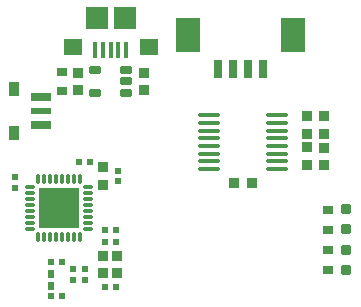
<source format=gtp>
G04*
G04 #@! TF.GenerationSoftware,Altium Limited,Altium Designer,18.1.6 (161)*
G04*
G04 Layer_Color=8421504*
%FSLAX44Y44*%
%MOMM*%
G71*
G01*
G75*
%ADD19R,0.9300X0.7900*%
%ADD20R,0.9200X0.9300*%
%ADD21R,0.9300X0.9200*%
%ADD22O,2.0000X0.3500*%
%ADD23R,0.6100X0.6300*%
%ADD24O,0.8500X0.3000*%
%ADD25O,0.3000X0.8500*%
%ADD26R,3.5000X3.5000*%
%ADD27R,0.8500X0.9500*%
%ADD28R,0.6300X0.6100*%
%ADD29R,0.5000X0.6500*%
G04:AMPARAMS|DCode=30|XSize=0.8mm|YSize=0.8mm|CornerRadius=0.1mm|HoleSize=0mm|Usage=FLASHONLY|Rotation=90.000|XOffset=0mm|YOffset=0mm|HoleType=Round|Shape=RoundedRectangle|*
%AMROUNDEDRECTD30*
21,1,0.8000,0.6000,0,0,90.0*
21,1,0.6000,0.8000,0,0,90.0*
1,1,0.2000,0.3000,0.3000*
1,1,0.2000,0.3000,-0.3000*
1,1,0.2000,-0.3000,-0.3000*
1,1,0.2000,-0.3000,0.3000*
%
%ADD30ROUNDEDRECTD30*%
%ADD31R,1.8000X0.7500*%
%ADD32R,1.8000X0.6000*%
%ADD33R,0.9000X1.3000*%
G04:AMPARAMS|DCode=34|XSize=0.6mm|YSize=1mm|CornerRadius=0.075mm|HoleSize=0mm|Usage=FLASHONLY|Rotation=90.000|XOffset=0mm|YOffset=0mm|HoleType=Round|Shape=RoundedRectangle|*
%AMROUNDEDRECTD34*
21,1,0.6000,0.8500,0,0,90.0*
21,1,0.4500,1.0000,0,0,90.0*
1,1,0.1500,0.4250,0.2250*
1,1,0.1500,0.4250,-0.2250*
1,1,0.1500,-0.4250,-0.2250*
1,1,0.1500,-0.4250,0.2250*
%
%ADD34ROUNDEDRECTD34*%
%ADD35R,0.8000X1.6000*%
%ADD36R,2.1000X3.0000*%
%ADD37R,0.4000X1.3500*%
%ADD38R,1.9000X1.9000*%
%ADD39R,1.6000X1.4000*%
D19*
X48341Y226750D02*
D03*
Y243150D02*
D03*
X274320Y109330D02*
D03*
Y125730D02*
D03*
X274280Y92020D02*
D03*
Y75620D02*
D03*
D20*
X194380Y148590D02*
D03*
X209480D02*
D03*
D21*
X270510Y205740D02*
D03*
Y190640D02*
D03*
X256540Y205740D02*
D03*
Y190640D02*
D03*
X270510Y179000D02*
D03*
Y163900D02*
D03*
X256540Y179070D02*
D03*
Y163970D02*
D03*
X83820Y162420D02*
D03*
Y147320D02*
D03*
X62230Y242500D02*
D03*
Y227400D02*
D03*
X118110Y242500D02*
D03*
Y227400D02*
D03*
D22*
X231140Y160690D02*
D03*
Y167190D02*
D03*
Y173690D02*
D03*
Y180190D02*
D03*
Y186690D02*
D03*
Y193190D02*
D03*
Y199690D02*
D03*
Y206190D02*
D03*
X173140Y160690D02*
D03*
Y167190D02*
D03*
Y173690D02*
D03*
Y180190D02*
D03*
Y186690D02*
D03*
Y193190D02*
D03*
Y199690D02*
D03*
Y206190D02*
D03*
D23*
X39141Y53340D02*
D03*
X48341D02*
D03*
X94061Y109220D02*
D03*
X84861D02*
D03*
X39141Y82482D02*
D03*
X48341D02*
D03*
X84861Y60960D02*
D03*
X94061D02*
D03*
X72700Y166370D02*
D03*
X63500D02*
D03*
X94061Y99060D02*
D03*
X84861D02*
D03*
D24*
X70581Y145400D02*
D03*
Y140400D02*
D03*
Y135400D02*
D03*
Y130400D02*
D03*
Y125400D02*
D03*
Y120400D02*
D03*
Y115400D02*
D03*
Y110400D02*
D03*
X21581D02*
D03*
Y115400D02*
D03*
Y120400D02*
D03*
Y125400D02*
D03*
Y130400D02*
D03*
Y135400D02*
D03*
Y140400D02*
D03*
Y145400D02*
D03*
D25*
X63581Y103400D02*
D03*
X58581D02*
D03*
X53581D02*
D03*
X48581D02*
D03*
X43581D02*
D03*
X38581D02*
D03*
X33581D02*
D03*
X28581D02*
D03*
Y152400D02*
D03*
X33581D02*
D03*
X38581D02*
D03*
X43581D02*
D03*
X48581D02*
D03*
X53581D02*
D03*
X58581D02*
D03*
X63581D02*
D03*
D26*
X46081Y127900D02*
D03*
D27*
X83711Y72760D02*
D03*
X95211D02*
D03*
Y87260D02*
D03*
X83711D02*
D03*
D28*
X8890Y153980D02*
D03*
Y144780D02*
D03*
X58215Y76090D02*
D03*
Y66890D02*
D03*
X68658D02*
D03*
Y76090D02*
D03*
X96520Y150340D02*
D03*
Y159540D02*
D03*
D29*
X39141Y62110D02*
D03*
Y71610D02*
D03*
D30*
X289560Y126610D02*
D03*
Y109610D02*
D03*
Y92320D02*
D03*
Y75320D02*
D03*
D31*
X31350Y221420D02*
D03*
Y198420D02*
D03*
D32*
Y209920D02*
D03*
D33*
X8050Y191420D02*
D03*
Y228420D02*
D03*
D34*
X76870Y225450D02*
D03*
X102870Y244450D02*
D03*
Y234950D02*
D03*
Y225450D02*
D03*
X76870Y244450D02*
D03*
D35*
X218750Y245500D02*
D03*
X206250D02*
D03*
X193750D02*
D03*
X181250D02*
D03*
D36*
X244250Y274500D02*
D03*
X155750D02*
D03*
D37*
X103000Y261750D02*
D03*
X96500D02*
D03*
X90000D02*
D03*
X83500D02*
D03*
X77000D02*
D03*
D38*
X102000Y288500D02*
D03*
X78000D02*
D03*
D39*
X122000Y264000D02*
D03*
X58000D02*
D03*
M02*

</source>
